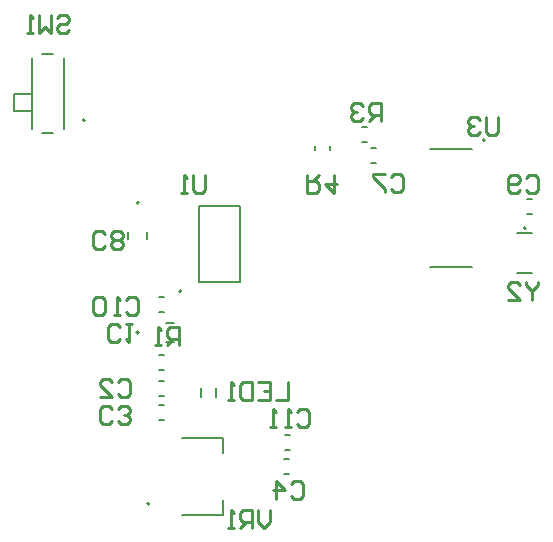
<source format=gbo>
G04*
G04 #@! TF.GenerationSoftware,Altium Limited,Altium Designer,23.3.1 (30)*
G04*
G04 Layer_Color=32896*
%FSLAX25Y25*%
%MOIN*%
G70*
G04*
G04 #@! TF.SameCoordinates,C0566122-47CB-4EAD-8267-09603FDD0119*
G04*
G04*
G04 #@! TF.FilePolarity,Positive*
G04*
G01*
G75*
%ADD10C,0.00787*%
%ADD13C,0.00500*%
%ADD15C,0.01000*%
D10*
X196331Y277284D02*
G03*
X196331Y277284I-394J0D01*
G01*
X217866Y149445D02*
G03*
X217866Y149445I-394J0D01*
G01*
X228571Y220307D02*
G03*
X228571Y220307I-394J0D01*
G01*
X329720Y270657D02*
G03*
X329720Y270657I-394J0D01*
G01*
X343394Y241268D02*
G03*
X343394Y241268I-394J0D01*
G01*
X214291Y206500D02*
G03*
X214291Y206500I-394J0D01*
G01*
X214394Y249827D02*
G03*
X214394Y249827I-394J0D01*
G01*
X235039Y185122D02*
Y187878D01*
X239961Y185122D02*
Y187878D01*
X221209Y177500D02*
X222783D01*
X221209Y182500D02*
X222783D01*
X221209Y190500D02*
X222783D01*
X221209Y185500D02*
X222783D01*
X291713Y263000D02*
X293287D01*
X291713Y268000D02*
X293287D01*
X262713Y159500D02*
X264287D01*
X262713Y164500D02*
X264287D01*
X263148Y167500D02*
X264722D01*
X263148Y172500D02*
X264722D01*
X288709Y275000D02*
X290283D01*
X288709Y270000D02*
X290283D01*
X273126Y267212D02*
Y268787D01*
X278126Y267212D02*
Y268787D01*
X343709Y251000D02*
X345283D01*
X343709Y246000D02*
X345283D01*
X221217Y218500D02*
X222791D01*
X221217Y213500D02*
X222791D01*
X221209Y194000D02*
X222784D01*
X221209Y199000D02*
X222784D01*
D13*
X172709Y280236D02*
X178614D01*
X172709D02*
Y286142D01*
X178614D01*
X181961Y272953D02*
X185898D01*
X189244Y274331D02*
Y297953D01*
X178614Y274331D02*
Y297953D01*
X181961Y299331D02*
X185898D01*
X228693Y171295D02*
X242472D01*
Y166413D02*
Y171295D01*
X228693Y145705D02*
X242472D01*
Y150587D01*
X234270Y223211D02*
X248069D01*
Y248821D01*
X234270D02*
X248069D01*
X234270Y223211D02*
Y248821D01*
X311512Y228315D02*
X325488D01*
X311512Y267685D02*
X325488D01*
X340441Y239772D02*
X345559D01*
X340441Y226228D02*
X345559D01*
X223543Y203350D02*
X225906D01*
X223543Y209650D02*
X225906D01*
X210850Y237819D02*
Y240181D01*
X217150Y237819D02*
Y240181D01*
D15*
X186999Y311499D02*
X187999Y312499D01*
X189998D01*
X190998Y311499D01*
Y310500D01*
X189998Y309500D01*
X187999D01*
X186999Y308500D01*
Y307501D01*
X187999Y306501D01*
X189998D01*
X190998Y307501D01*
X185000Y312499D02*
Y306501D01*
X183000Y308500D01*
X181001Y306501D01*
Y312499D01*
X179002Y306501D02*
X177002D01*
X178002D01*
Y312499D01*
X179002Y311499D01*
X347498Y223499D02*
Y222499D01*
X345499Y220500D01*
X343500Y222499D01*
Y223499D01*
X345499Y220500D02*
Y217501D01*
X337502D02*
X341500D01*
X337502Y221500D01*
Y222499D01*
X338501Y223499D01*
X340501D01*
X341500Y222499D01*
X266999Y179999D02*
X267999Y180999D01*
X269998D01*
X270998Y179999D01*
Y176001D01*
X269998Y175001D01*
X267999D01*
X266999Y176001D01*
X265000Y175001D02*
X263000D01*
X264000D01*
Y180999D01*
X265000Y179999D01*
X260001Y175001D02*
X258002D01*
X259002D01*
Y180999D01*
X260001Y179999D01*
X209999Y217499D02*
X210999Y218499D01*
X212998D01*
X213998Y217499D01*
Y213501D01*
X212998Y212501D01*
X210999D01*
X209999Y213501D01*
X207999Y212501D02*
X206000D01*
X207000D01*
Y218499D01*
X207999Y217499D01*
X203001D02*
X202001Y218499D01*
X200002D01*
X199002Y217499D01*
Y213501D01*
X200002Y212501D01*
X202001D01*
X203001Y213501D01*
Y217499D01*
X333998Y278499D02*
Y273501D01*
X332999Y272501D01*
X330999D01*
X330000Y273501D01*
Y278499D01*
X328000Y277499D02*
X327001Y278499D01*
X325001D01*
X324002Y277499D01*
Y276500D01*
X325001Y275500D01*
X326001D01*
X325001D01*
X324002Y274500D01*
Y273501D01*
X325001Y272501D01*
X327001D01*
X328000Y273501D01*
X257998Y147499D02*
Y143500D01*
X255998Y141501D01*
X253999Y143500D01*
Y147499D01*
X252000Y141501D02*
Y147499D01*
X249001D01*
X248001Y146499D01*
Y144500D01*
X249001Y143500D01*
X252000D01*
X250000D02*
X248001Y141501D01*
X246002D02*
X244002D01*
X245002D01*
Y147499D01*
X246002Y146499D01*
X270502Y258999D02*
Y253001D01*
X273501D01*
X274500Y254001D01*
Y256000D01*
X273501Y257000D01*
X270502D01*
X272501D02*
X274500Y258999D01*
X279499D02*
Y253001D01*
X276500Y256000D01*
X280498D01*
X294998Y277001D02*
Y282999D01*
X291999D01*
X291000Y281999D01*
Y280000D01*
X291999Y279000D01*
X294998D01*
X292999D02*
X291000Y277001D01*
X289000Y281999D02*
X288001Y282999D01*
X286001D01*
X285002Y281999D01*
Y281000D01*
X286001Y280000D01*
X287001D01*
X286001D01*
X285002Y279000D01*
Y278001D01*
X286001Y277001D01*
X288001D01*
X289000Y278001D01*
X343500Y257999D02*
X344499Y258999D01*
X346499D01*
X347498Y257999D01*
Y254001D01*
X346499Y253001D01*
X344499D01*
X343500Y254001D01*
X341500D02*
X340501Y253001D01*
X338501D01*
X337502Y254001D01*
Y257999D01*
X338501Y258999D01*
X340501D01*
X341500Y257999D01*
Y257000D01*
X340501Y256000D01*
X337502D01*
X203000Y235501D02*
X202001Y234501D01*
X200001D01*
X199002Y235501D01*
Y239499D01*
X200001Y240499D01*
X202001D01*
X203000Y239499D01*
X205000Y235501D02*
X205999Y234501D01*
X207999D01*
X208998Y235501D01*
Y236500D01*
X207999Y237500D01*
X208998Y238500D01*
Y239499D01*
X207999Y240499D01*
X205999D01*
X205000Y239499D01*
Y238500D01*
X205999Y237500D01*
X205000Y236500D01*
Y235501D01*
X205999Y237500D02*
X207999D01*
X298500Y258499D02*
X299499Y259499D01*
X301499D01*
X302498Y258499D01*
Y254501D01*
X301499Y253501D01*
X299499D01*
X298500Y254501D01*
X296500Y259499D02*
X292502D01*
Y258499D01*
X296500Y254501D01*
Y253501D01*
X265000Y155999D02*
X265999Y156999D01*
X267999D01*
X268998Y155999D01*
Y152001D01*
X267999Y151001D01*
X265999D01*
X265000Y152001D01*
X260001Y151001D02*
Y156999D01*
X263000Y154000D01*
X259002D01*
X205500Y177001D02*
X204501Y176001D01*
X202501D01*
X201502Y177001D01*
Y180999D01*
X202501Y181999D01*
X204501D01*
X205500Y180999D01*
X207500Y177001D02*
X208499Y176001D01*
X210499D01*
X211498Y177001D01*
Y178000D01*
X210499Y179000D01*
X209499D01*
X210499D01*
X211498Y180000D01*
Y180999D01*
X210499Y181999D01*
X208499D01*
X207500Y180999D01*
X236499Y258999D02*
Y254001D01*
X235499Y253001D01*
X233500D01*
X232500Y254001D01*
Y258999D01*
X230501Y253001D02*
X228501D01*
X229501D01*
Y258999D01*
X230501Y257999D01*
X227600Y202400D02*
Y208398D01*
X224601D01*
X223601Y207398D01*
Y205399D01*
X224601Y204399D01*
X227600D01*
X225601D02*
X223601Y202400D01*
X221602D02*
X219603D01*
X220602D01*
Y208398D01*
X221602Y207398D01*
X263997Y189999D02*
Y184001D01*
X259998D01*
X254000Y189999D02*
X257999D01*
Y184001D01*
X254000D01*
X257999Y187000D02*
X255999D01*
X252001Y189999D02*
Y184001D01*
X249002D01*
X248002Y185001D01*
Y188999D01*
X249002Y189999D01*
X252001D01*
X246003Y184001D02*
X244003D01*
X245003D01*
Y189999D01*
X246003Y188999D01*
X207500Y189999D02*
X208499Y190999D01*
X210499D01*
X211498Y189999D01*
Y186001D01*
X210499Y185001D01*
X208499D01*
X207500Y186001D01*
X201502Y185001D02*
X205500D01*
X201502Y189000D01*
Y189999D01*
X202501Y190999D01*
X204501D01*
X205500Y189999D01*
X208000Y204501D02*
X207000Y203501D01*
X205001D01*
X204001Y204501D01*
Y208499D01*
X205001Y209499D01*
X207000D01*
X208000Y208499D01*
X209999Y209499D02*
X211999D01*
X210999D01*
Y203501D01*
X209999Y204501D01*
M02*

</source>
